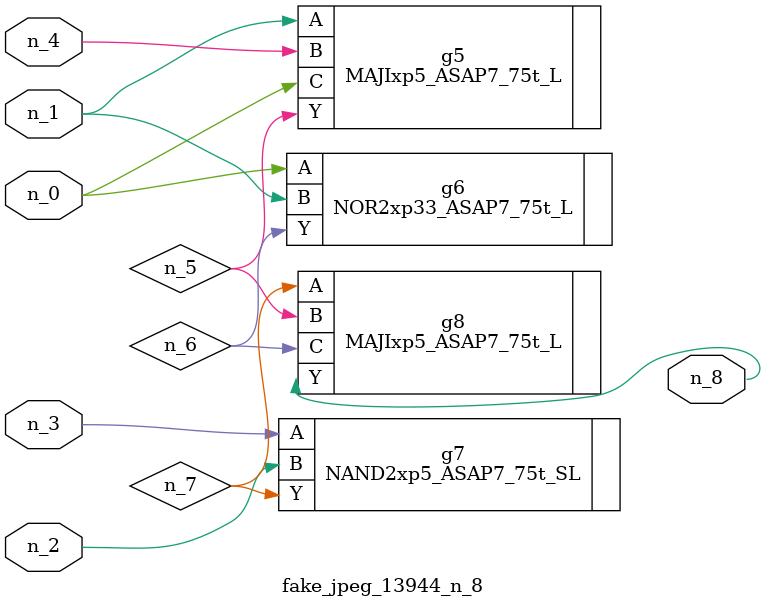
<source format=v>
module fake_jpeg_13944_n_8 (n_3, n_2, n_1, n_0, n_4, n_8);

input n_3;
input n_2;
input n_1;
input n_0;
input n_4;

output n_8;

wire n_6;
wire n_5;
wire n_7;

MAJIxp5_ASAP7_75t_L g5 ( 
.A(n_1),
.B(n_4),
.C(n_0),
.Y(n_5)
);

NOR2xp33_ASAP7_75t_L g6 ( 
.A(n_0),
.B(n_1),
.Y(n_6)
);

NAND2xp5_ASAP7_75t_SL g7 ( 
.A(n_3),
.B(n_2),
.Y(n_7)
);

MAJIxp5_ASAP7_75t_L g8 ( 
.A(n_7),
.B(n_5),
.C(n_6),
.Y(n_8)
);


endmodule
</source>
